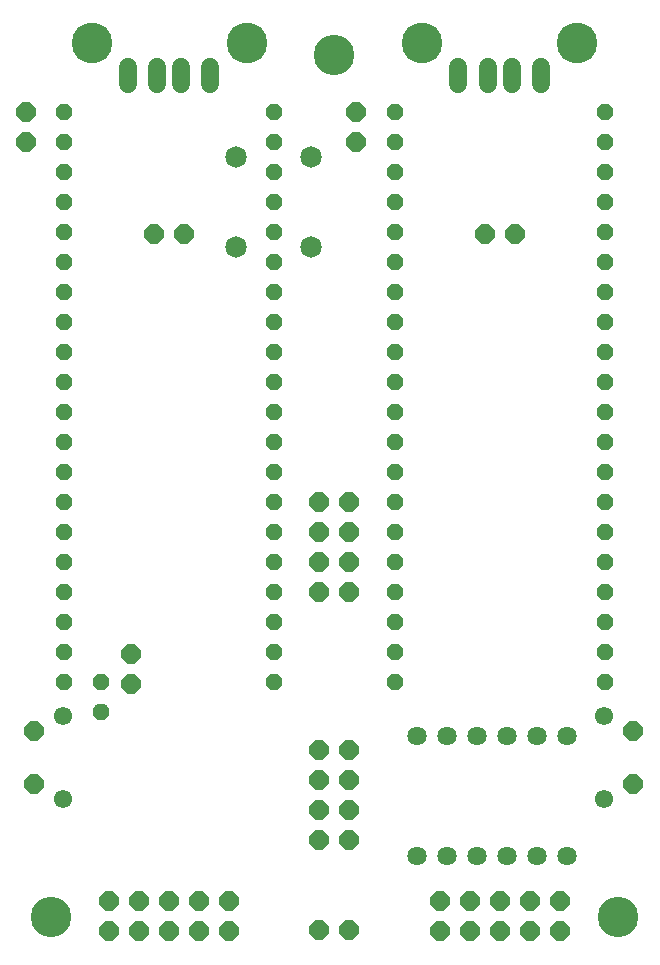
<source format=gbs>
G75*
%MOIN*%
%OFA0B0*%
%FSLAX24Y24*%
%IPPOS*%
%LPD*%
%AMOC8*
5,1,8,0,0,1.08239X$1,22.5*
%
%ADD10OC8,0.0522*%
%ADD11C,0.0641*%
%ADD12OC8,0.0650*%
%ADD13C,0.0610*%
%ADD14OC8,0.0530*%
%ADD15C,0.1350*%
%ADD16C,0.0611*%
%ADD17C,0.1356*%
%ADD18C,0.0719*%
%ADD19R,0.0404X0.0404*%
D10*
X003162Y012803D03*
X003162Y013803D03*
X003162Y014803D03*
X003162Y015803D03*
X003162Y016803D03*
X003162Y017803D03*
X003162Y018803D03*
X003162Y019803D03*
X003162Y020803D03*
X003162Y021803D03*
X003162Y022803D03*
X003162Y023803D03*
X003162Y024803D03*
X003162Y025803D03*
X003162Y026803D03*
X003162Y027803D03*
X003162Y028803D03*
X003162Y029803D03*
X003162Y030803D03*
X003162Y031803D03*
X010162Y031803D03*
X010162Y030803D03*
X010162Y029803D03*
X010162Y028803D03*
X010162Y027803D03*
X010162Y026803D03*
X010162Y025803D03*
X010162Y024803D03*
X010162Y023803D03*
X010162Y022803D03*
X010162Y021803D03*
X010162Y020803D03*
X010162Y019803D03*
X010162Y018803D03*
X010162Y017803D03*
X010162Y016803D03*
X010162Y015803D03*
X010162Y014803D03*
X010162Y013803D03*
X010162Y012803D03*
X014185Y012803D03*
X014185Y013803D03*
X014185Y014803D03*
X014185Y015803D03*
X014185Y016803D03*
X014185Y017803D03*
X014185Y018803D03*
X014185Y019803D03*
X014185Y020803D03*
X014185Y021803D03*
X014185Y022803D03*
X014185Y023803D03*
X014185Y024803D03*
X014185Y025803D03*
X014185Y026803D03*
X014185Y027803D03*
X014185Y028803D03*
X014185Y029803D03*
X014185Y030803D03*
X014185Y031803D03*
X021185Y031803D03*
X021185Y030803D03*
X021185Y029803D03*
X021185Y028803D03*
X021185Y027803D03*
X021185Y026803D03*
X021185Y025803D03*
X021185Y024803D03*
X021185Y023803D03*
X021185Y022803D03*
X021185Y021803D03*
X021185Y020803D03*
X021185Y019803D03*
X021185Y018803D03*
X021185Y017803D03*
X021185Y016803D03*
X021185Y015803D03*
X021185Y014803D03*
X021185Y013803D03*
X021185Y012803D03*
D11*
X019924Y011000D03*
X018924Y011000D03*
X017924Y011000D03*
X016924Y011000D03*
X015924Y011000D03*
X014924Y011000D03*
X014924Y007000D03*
X015924Y007000D03*
X016924Y007000D03*
X017924Y007000D03*
X018924Y007000D03*
X019924Y007000D03*
D12*
X019685Y005500D03*
X019685Y004500D03*
X018685Y004500D03*
X018685Y005500D03*
X017685Y005500D03*
X017685Y004500D03*
X016685Y004500D03*
X016685Y005500D03*
X015685Y005500D03*
X015685Y004500D03*
X012650Y004553D03*
X011650Y004553D03*
X011650Y007553D03*
X011650Y008553D03*
X011650Y009553D03*
X011650Y010553D03*
X012650Y010553D03*
X012650Y009553D03*
X012650Y008553D03*
X012650Y007553D03*
X008662Y005500D03*
X008662Y004500D03*
X007662Y004500D03*
X007662Y005500D03*
X006662Y005500D03*
X006662Y004500D03*
X005662Y004500D03*
X005662Y005500D03*
X004662Y005500D03*
X004662Y004500D03*
X002160Y009413D03*
X002160Y011193D03*
X005376Y012750D03*
X005376Y013750D03*
X011650Y015803D03*
X011650Y016803D03*
X011650Y017803D03*
X011650Y018803D03*
X012650Y018803D03*
X012650Y017803D03*
X012650Y016803D03*
X012650Y015803D03*
X017185Y027750D03*
X018185Y027750D03*
X012900Y030803D03*
X012900Y031803D03*
X007162Y027750D03*
X006162Y027750D03*
X001900Y030803D03*
X001900Y031803D03*
X022140Y011193D03*
X022140Y009413D03*
D13*
X021160Y008923D03*
X021160Y011683D03*
X003140Y011683D03*
X003140Y008923D03*
D14*
X004400Y011803D03*
X004400Y012803D03*
D15*
X002725Y004990D03*
X012174Y033730D03*
X021622Y004990D03*
D16*
X019063Y032761D02*
X019063Y033322D01*
X018079Y033322D02*
X018079Y032761D01*
X017292Y032761D02*
X017292Y033322D01*
X016307Y033322D02*
X016307Y032761D01*
X008040Y032761D02*
X008040Y033322D01*
X007056Y033322D02*
X007056Y032761D01*
X006268Y032761D02*
X006268Y033322D01*
X005284Y033322D02*
X005284Y032761D01*
D17*
X004075Y034108D03*
X004075Y034108D03*
X009248Y034108D03*
X009248Y034108D03*
X015099Y034108D03*
X015099Y034108D03*
X020272Y034108D03*
X020272Y034108D03*
D18*
X011400Y030303D03*
X011400Y027303D03*
X008900Y027303D03*
X008900Y030303D03*
D19*
X004400Y011833D03*
M02*

</source>
